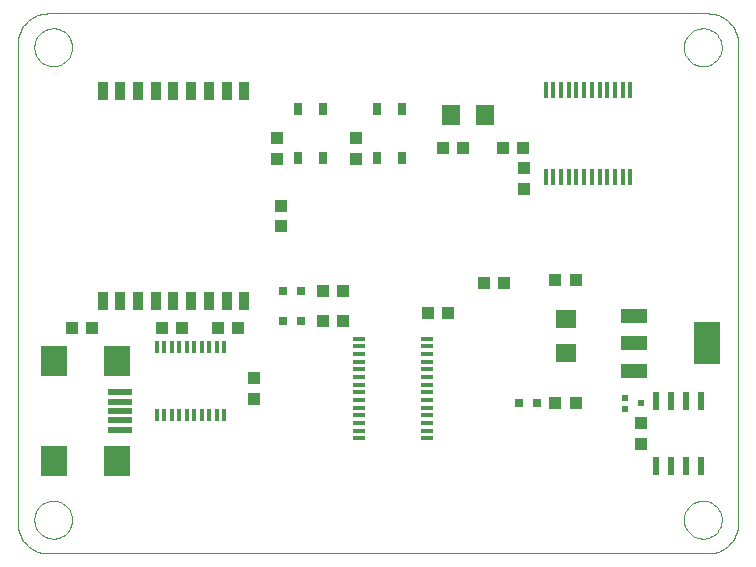
<source format=gtp>
G75*
%MOIN*%
%OFA0B0*%
%FSLAX24Y24*%
%IPPOS*%
%LPD*%
%AMOC8*
5,1,8,0,0,1.08239X$1,22.5*
%
%ADD10C,0.0000*%
%ADD11R,0.0137X0.0550*%
%ADD12R,0.0880X0.0480*%
%ADD13R,0.0866X0.1417*%
%ADD14R,0.0433X0.0394*%
%ADD15R,0.0394X0.0433*%
%ADD16R,0.0354X0.0585*%
%ADD17R,0.0256X0.0413*%
%ADD18R,0.0390X0.0120*%
%ADD19R,0.0150X0.0430*%
%ADD20R,0.0866X0.0984*%
%ADD21R,0.0787X0.0197*%
%ADD22R,0.0236X0.0197*%
%ADD23R,0.0240X0.0600*%
%ADD24R,0.0315X0.0315*%
%ADD25R,0.0630X0.0709*%
%ADD26R,0.0709X0.0630*%
D10*
X001650Y000650D02*
X023650Y000650D01*
X023710Y000652D01*
X023771Y000657D01*
X023830Y000666D01*
X023889Y000679D01*
X023948Y000695D01*
X024005Y000715D01*
X024060Y000738D01*
X024115Y000765D01*
X024167Y000794D01*
X024218Y000827D01*
X024267Y000863D01*
X024313Y000901D01*
X024357Y000943D01*
X024399Y000987D01*
X024437Y001033D01*
X024473Y001082D01*
X024506Y001133D01*
X024535Y001185D01*
X024562Y001240D01*
X024585Y001295D01*
X024605Y001352D01*
X024621Y001411D01*
X024634Y001470D01*
X024643Y001529D01*
X024648Y001590D01*
X024650Y001650D01*
X024650Y017650D01*
X024648Y017710D01*
X024643Y017771D01*
X024634Y017830D01*
X024621Y017889D01*
X024605Y017948D01*
X024585Y018005D01*
X024562Y018060D01*
X024535Y018115D01*
X024506Y018167D01*
X024473Y018218D01*
X024437Y018267D01*
X024399Y018313D01*
X024357Y018357D01*
X024313Y018399D01*
X024267Y018437D01*
X024218Y018473D01*
X024167Y018506D01*
X024115Y018535D01*
X024060Y018562D01*
X024005Y018585D01*
X023948Y018605D01*
X023889Y018621D01*
X023830Y018634D01*
X023771Y018643D01*
X023710Y018648D01*
X023650Y018650D01*
X001650Y018650D01*
X001590Y018648D01*
X001529Y018643D01*
X001470Y018634D01*
X001411Y018621D01*
X001352Y018605D01*
X001295Y018585D01*
X001240Y018562D01*
X001185Y018535D01*
X001133Y018506D01*
X001082Y018473D01*
X001033Y018437D01*
X000987Y018399D01*
X000943Y018357D01*
X000901Y018313D01*
X000863Y018267D01*
X000827Y018218D01*
X000794Y018167D01*
X000765Y018115D01*
X000738Y018060D01*
X000715Y018005D01*
X000695Y017948D01*
X000679Y017889D01*
X000666Y017830D01*
X000657Y017771D01*
X000652Y017710D01*
X000650Y017650D01*
X000650Y001650D01*
X000652Y001590D01*
X000657Y001529D01*
X000666Y001470D01*
X000679Y001411D01*
X000695Y001352D01*
X000715Y001295D01*
X000738Y001240D01*
X000765Y001185D01*
X000794Y001133D01*
X000827Y001082D01*
X000863Y001033D01*
X000901Y000987D01*
X000943Y000943D01*
X000987Y000901D01*
X001033Y000863D01*
X001082Y000827D01*
X001133Y000794D01*
X001185Y000765D01*
X001240Y000738D01*
X001295Y000715D01*
X001352Y000695D01*
X001411Y000679D01*
X001470Y000666D01*
X001529Y000657D01*
X001590Y000652D01*
X001650Y000650D01*
X001193Y001776D02*
X001195Y001826D01*
X001201Y001876D01*
X001211Y001925D01*
X001225Y001973D01*
X001242Y002020D01*
X001263Y002065D01*
X001288Y002109D01*
X001316Y002150D01*
X001348Y002189D01*
X001382Y002226D01*
X001419Y002260D01*
X001459Y002290D01*
X001501Y002317D01*
X001545Y002341D01*
X001591Y002362D01*
X001638Y002378D01*
X001686Y002391D01*
X001736Y002400D01*
X001785Y002405D01*
X001836Y002406D01*
X001886Y002403D01*
X001935Y002396D01*
X001984Y002385D01*
X002032Y002370D01*
X002078Y002352D01*
X002123Y002330D01*
X002166Y002304D01*
X002207Y002275D01*
X002246Y002243D01*
X002282Y002208D01*
X002314Y002170D01*
X002344Y002130D01*
X002371Y002087D01*
X002394Y002043D01*
X002413Y001997D01*
X002429Y001949D01*
X002441Y001900D01*
X002449Y001851D01*
X002453Y001801D01*
X002453Y001751D01*
X002449Y001701D01*
X002441Y001652D01*
X002429Y001603D01*
X002413Y001555D01*
X002394Y001509D01*
X002371Y001465D01*
X002344Y001422D01*
X002314Y001382D01*
X002282Y001344D01*
X002246Y001309D01*
X002207Y001277D01*
X002166Y001248D01*
X002123Y001222D01*
X002078Y001200D01*
X002032Y001182D01*
X001984Y001167D01*
X001935Y001156D01*
X001886Y001149D01*
X001836Y001146D01*
X001785Y001147D01*
X001736Y001152D01*
X001686Y001161D01*
X001638Y001174D01*
X001591Y001190D01*
X001545Y001211D01*
X001501Y001235D01*
X001459Y001262D01*
X001419Y001292D01*
X001382Y001326D01*
X001348Y001363D01*
X001316Y001402D01*
X001288Y001443D01*
X001263Y001487D01*
X001242Y001532D01*
X001225Y001579D01*
X001211Y001627D01*
X001201Y001676D01*
X001195Y001726D01*
X001193Y001776D01*
X001193Y017524D02*
X001195Y017574D01*
X001201Y017624D01*
X001211Y017673D01*
X001225Y017721D01*
X001242Y017768D01*
X001263Y017813D01*
X001288Y017857D01*
X001316Y017898D01*
X001348Y017937D01*
X001382Y017974D01*
X001419Y018008D01*
X001459Y018038D01*
X001501Y018065D01*
X001545Y018089D01*
X001591Y018110D01*
X001638Y018126D01*
X001686Y018139D01*
X001736Y018148D01*
X001785Y018153D01*
X001836Y018154D01*
X001886Y018151D01*
X001935Y018144D01*
X001984Y018133D01*
X002032Y018118D01*
X002078Y018100D01*
X002123Y018078D01*
X002166Y018052D01*
X002207Y018023D01*
X002246Y017991D01*
X002282Y017956D01*
X002314Y017918D01*
X002344Y017878D01*
X002371Y017835D01*
X002394Y017791D01*
X002413Y017745D01*
X002429Y017697D01*
X002441Y017648D01*
X002449Y017599D01*
X002453Y017549D01*
X002453Y017499D01*
X002449Y017449D01*
X002441Y017400D01*
X002429Y017351D01*
X002413Y017303D01*
X002394Y017257D01*
X002371Y017213D01*
X002344Y017170D01*
X002314Y017130D01*
X002282Y017092D01*
X002246Y017057D01*
X002207Y017025D01*
X002166Y016996D01*
X002123Y016970D01*
X002078Y016948D01*
X002032Y016930D01*
X001984Y016915D01*
X001935Y016904D01*
X001886Y016897D01*
X001836Y016894D01*
X001785Y016895D01*
X001736Y016900D01*
X001686Y016909D01*
X001638Y016922D01*
X001591Y016938D01*
X001545Y016959D01*
X001501Y016983D01*
X001459Y017010D01*
X001419Y017040D01*
X001382Y017074D01*
X001348Y017111D01*
X001316Y017150D01*
X001288Y017191D01*
X001263Y017235D01*
X001242Y017280D01*
X001225Y017327D01*
X001211Y017375D01*
X001201Y017424D01*
X001195Y017474D01*
X001193Y017524D01*
X022847Y017524D02*
X022849Y017574D01*
X022855Y017624D01*
X022865Y017673D01*
X022879Y017721D01*
X022896Y017768D01*
X022917Y017813D01*
X022942Y017857D01*
X022970Y017898D01*
X023002Y017937D01*
X023036Y017974D01*
X023073Y018008D01*
X023113Y018038D01*
X023155Y018065D01*
X023199Y018089D01*
X023245Y018110D01*
X023292Y018126D01*
X023340Y018139D01*
X023390Y018148D01*
X023439Y018153D01*
X023490Y018154D01*
X023540Y018151D01*
X023589Y018144D01*
X023638Y018133D01*
X023686Y018118D01*
X023732Y018100D01*
X023777Y018078D01*
X023820Y018052D01*
X023861Y018023D01*
X023900Y017991D01*
X023936Y017956D01*
X023968Y017918D01*
X023998Y017878D01*
X024025Y017835D01*
X024048Y017791D01*
X024067Y017745D01*
X024083Y017697D01*
X024095Y017648D01*
X024103Y017599D01*
X024107Y017549D01*
X024107Y017499D01*
X024103Y017449D01*
X024095Y017400D01*
X024083Y017351D01*
X024067Y017303D01*
X024048Y017257D01*
X024025Y017213D01*
X023998Y017170D01*
X023968Y017130D01*
X023936Y017092D01*
X023900Y017057D01*
X023861Y017025D01*
X023820Y016996D01*
X023777Y016970D01*
X023732Y016948D01*
X023686Y016930D01*
X023638Y016915D01*
X023589Y016904D01*
X023540Y016897D01*
X023490Y016894D01*
X023439Y016895D01*
X023390Y016900D01*
X023340Y016909D01*
X023292Y016922D01*
X023245Y016938D01*
X023199Y016959D01*
X023155Y016983D01*
X023113Y017010D01*
X023073Y017040D01*
X023036Y017074D01*
X023002Y017111D01*
X022970Y017150D01*
X022942Y017191D01*
X022917Y017235D01*
X022896Y017280D01*
X022879Y017327D01*
X022865Y017375D01*
X022855Y017424D01*
X022849Y017474D01*
X022847Y017524D01*
X022847Y001776D02*
X022849Y001826D01*
X022855Y001876D01*
X022865Y001925D01*
X022879Y001973D01*
X022896Y002020D01*
X022917Y002065D01*
X022942Y002109D01*
X022970Y002150D01*
X023002Y002189D01*
X023036Y002226D01*
X023073Y002260D01*
X023113Y002290D01*
X023155Y002317D01*
X023199Y002341D01*
X023245Y002362D01*
X023292Y002378D01*
X023340Y002391D01*
X023390Y002400D01*
X023439Y002405D01*
X023490Y002406D01*
X023540Y002403D01*
X023589Y002396D01*
X023638Y002385D01*
X023686Y002370D01*
X023732Y002352D01*
X023777Y002330D01*
X023820Y002304D01*
X023861Y002275D01*
X023900Y002243D01*
X023936Y002208D01*
X023968Y002170D01*
X023998Y002130D01*
X024025Y002087D01*
X024048Y002043D01*
X024067Y001997D01*
X024083Y001949D01*
X024095Y001900D01*
X024103Y001851D01*
X024107Y001801D01*
X024107Y001751D01*
X024103Y001701D01*
X024095Y001652D01*
X024083Y001603D01*
X024067Y001555D01*
X024048Y001509D01*
X024025Y001465D01*
X023998Y001422D01*
X023968Y001382D01*
X023936Y001344D01*
X023900Y001309D01*
X023861Y001277D01*
X023820Y001248D01*
X023777Y001222D01*
X023732Y001200D01*
X023686Y001182D01*
X023638Y001167D01*
X023589Y001156D01*
X023540Y001149D01*
X023490Y001146D01*
X023439Y001147D01*
X023390Y001152D01*
X023340Y001161D01*
X023292Y001174D01*
X023245Y001190D01*
X023199Y001211D01*
X023155Y001235D01*
X023113Y001262D01*
X023073Y001292D01*
X023036Y001326D01*
X023002Y001363D01*
X022970Y001402D01*
X022942Y001443D01*
X022917Y001487D01*
X022896Y001532D01*
X022879Y001579D01*
X022865Y001627D01*
X022855Y001676D01*
X022849Y001726D01*
X022847Y001776D01*
D11*
X021057Y013211D03*
X020802Y013211D03*
X020546Y013211D03*
X020290Y013211D03*
X020034Y013211D03*
X019778Y013211D03*
X019522Y013211D03*
X019266Y013211D03*
X019010Y013211D03*
X018754Y013211D03*
X018498Y013211D03*
X018243Y013211D03*
X018243Y016089D03*
X018498Y016089D03*
X018754Y016089D03*
X019010Y016089D03*
X019266Y016089D03*
X019522Y016089D03*
X019778Y016089D03*
X020034Y016089D03*
X020290Y016089D03*
X020546Y016089D03*
X020802Y016089D03*
X021057Y016089D03*
D12*
X021180Y008560D03*
X021180Y007650D03*
X021180Y006740D03*
D13*
X023620Y007650D03*
D14*
X019235Y005650D03*
X018565Y005650D03*
X014985Y008650D03*
X014315Y008650D03*
X016190Y009650D03*
X016860Y009650D03*
X018565Y009775D03*
X019235Y009775D03*
X017485Y014150D03*
X016815Y014150D03*
X015485Y014150D03*
X014815Y014150D03*
X011485Y009400D03*
X010815Y009400D03*
X010815Y008400D03*
X011485Y008400D03*
X007985Y008150D03*
X007315Y008150D03*
X006110Y008150D03*
X005440Y008150D03*
X003110Y008150D03*
X002440Y008150D03*
D15*
X008525Y006485D03*
X008525Y005815D03*
X009400Y011565D03*
X009400Y012235D03*
X009275Y013815D03*
X009275Y014485D03*
X011900Y014485D03*
X011900Y013815D03*
X017525Y013485D03*
X017525Y012815D03*
X021400Y004985D03*
X021400Y004315D03*
D16*
X008194Y009056D03*
X007604Y009056D03*
X007013Y009056D03*
X006423Y009056D03*
X005832Y009056D03*
X005242Y009056D03*
X004651Y009056D03*
X004060Y009056D03*
X003470Y009056D03*
X003470Y016057D03*
X004060Y016057D03*
X004651Y016057D03*
X005242Y016057D03*
X005832Y016057D03*
X006423Y016057D03*
X007013Y016057D03*
X007604Y016057D03*
X008194Y016057D03*
D17*
X009977Y015467D03*
X010823Y015467D03*
X012602Y015467D03*
X013448Y015467D03*
X013448Y013833D03*
X012602Y013833D03*
X010823Y013833D03*
X009977Y013833D03*
D18*
X012001Y007813D03*
X012001Y007557D03*
X012001Y007302D03*
X012001Y007046D03*
X012001Y006790D03*
X012001Y006534D03*
X012001Y006278D03*
X012001Y006022D03*
X012001Y005766D03*
X012001Y005510D03*
X012001Y005254D03*
X012001Y004998D03*
X012001Y004743D03*
X012001Y004487D03*
X014299Y004487D03*
X014299Y004743D03*
X014299Y004998D03*
X014299Y005254D03*
X014299Y005510D03*
X014299Y005766D03*
X014299Y006022D03*
X014299Y006278D03*
X014299Y006534D03*
X014299Y006790D03*
X014299Y007046D03*
X014299Y007302D03*
X014299Y007557D03*
X014299Y007813D03*
D19*
X007525Y007534D03*
X007275Y007534D03*
X007025Y007534D03*
X006775Y007534D03*
X006525Y007534D03*
X006275Y007534D03*
X006025Y007534D03*
X005775Y007534D03*
X005525Y007534D03*
X005275Y007534D03*
X005275Y005266D03*
X005525Y005266D03*
X005775Y005266D03*
X006025Y005266D03*
X006275Y005266D03*
X006525Y005266D03*
X006775Y005266D03*
X007025Y005266D03*
X007275Y005266D03*
X007525Y005266D03*
D20*
X003937Y003746D03*
X001851Y003746D03*
X001851Y007054D03*
X003937Y007054D03*
D21*
X004036Y006030D03*
X004036Y005715D03*
X004036Y005400D03*
X004036Y005085D03*
X004036Y004770D03*
D22*
X020894Y005453D03*
X020894Y005847D03*
X021406Y005650D03*
D23*
X021900Y005730D03*
X022400Y005730D03*
X022900Y005730D03*
X023400Y005730D03*
X023400Y003570D03*
X022900Y003570D03*
X022400Y003570D03*
X021900Y003570D03*
D24*
X017945Y005650D03*
X017355Y005650D03*
X010070Y008400D03*
X009480Y008400D03*
X009480Y009400D03*
X010070Y009400D03*
D25*
X015099Y015275D03*
X016201Y015275D03*
D26*
X018900Y008451D03*
X018900Y007349D03*
M02*

</source>
